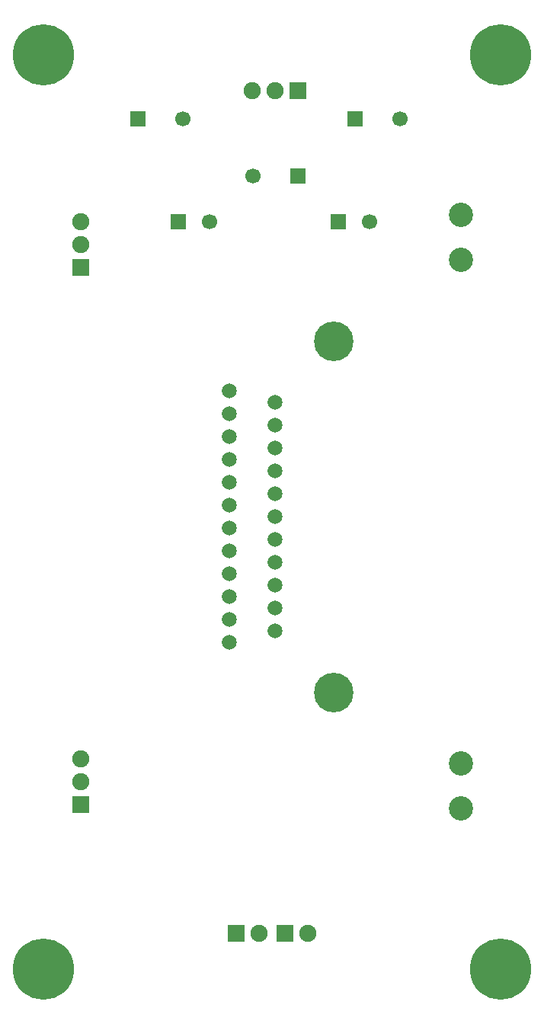
<source format=gbr>
G04 #@! TF.FileFunction,Soldermask,Bot*
%FSLAX46Y46*%
G04 Gerber Fmt 4.6, Leading zero omitted, Abs format (unit mm)*
G04 Created by KiCad (PCBNEW 4.0.5) date 07/10/18 11:51:24*
%MOMM*%
%LPD*%
G01*
G04 APERTURE LIST*
%ADD10C,0.100000*%
%ADD11C,4.400000*%
%ADD12C,6.800000*%
%ADD13C,1.700000*%
%ADD14R,1.700000X1.700000*%
%ADD15R,1.900000X1.900000*%
%ADD16C,1.900000*%
%ADD17O,1.900000X1.900000*%
%ADD18C,2.700000*%
%ADD19C,1.658000*%
G04 APERTURE END LIST*
D10*
D11*
X127127000Y-60264000D03*
X127127000Y-99264000D03*
D12*
X145720000Y-28400000D03*
X94920000Y-28400000D03*
X94920000Y-130000000D03*
X145720000Y-130000000D03*
D13*
X131135000Y-46990000D03*
D14*
X127635000Y-46990000D03*
D13*
X113355000Y-46990000D03*
D14*
X109855000Y-46990000D03*
X129540000Y-35560000D03*
D13*
X134540000Y-35560000D03*
D14*
X105410000Y-35560000D03*
D13*
X110410000Y-35560000D03*
D14*
X123190000Y-41910000D03*
D13*
X118190000Y-41910000D03*
D15*
X123190000Y-32385000D03*
D16*
X120650000Y-32385000D03*
X118110000Y-32385000D03*
D15*
X99060000Y-111760000D03*
D16*
X99060000Y-109220000D03*
X99060000Y-106680000D03*
D15*
X99060000Y-52070000D03*
D16*
X99060000Y-49530000D03*
X99060000Y-46990000D03*
D15*
X116320000Y-126000000D03*
D17*
X118860000Y-126000000D03*
D15*
X121780000Y-126000000D03*
D17*
X124320000Y-126000000D03*
D18*
X141275000Y-112180000D03*
X141275000Y-107180000D03*
X141275000Y-51220000D03*
X141275000Y-46220000D03*
D19*
X115570300Y-65774800D03*
X115569900Y-68317100D03*
X115569900Y-70858700D03*
X115570300Y-73399800D03*
X115570700Y-75940800D03*
X115570300Y-78483100D03*
X115570300Y-81024700D03*
X115570700Y-83565800D03*
X115570300Y-86106600D03*
X115569900Y-88648900D03*
X115569900Y-91190500D03*
X115570300Y-93731600D03*
X120650300Y-67044800D03*
X120649900Y-69587100D03*
X120649900Y-72128700D03*
X120650300Y-74669800D03*
X120650700Y-77210800D03*
X120650300Y-79753100D03*
X120650300Y-82294700D03*
X120650700Y-84835800D03*
X120650300Y-87376600D03*
X120649900Y-89918900D03*
X120649900Y-92460500D03*
M02*

</source>
